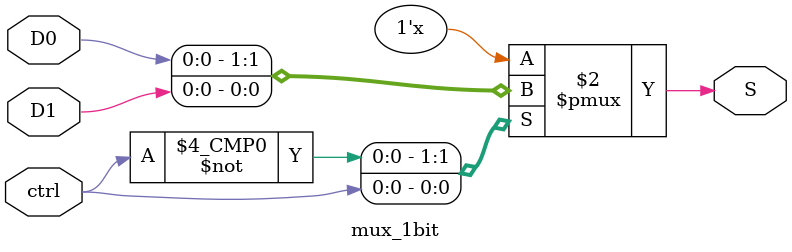
<source format=v>
module mux_1bit (
  input ctrl,
  input [0:0] D0,
  input [0:0] D1,
  output reg [0:0] S
);

  always @(*) begin
    case(ctrl)
      1'b0: S = D0;
      1'b1: S = D1;
    endcase
  end

endmodule
</source>
